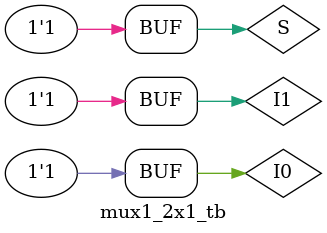
<source format=v>
module MUX32_32x1(Y, I0, I1, I2, I3, I4, I5, I6, I7,
                     I8, I9, I10, I11, I12, I13, I14, I15,
                     I16, I17, I18, I19, I20, I21, I22, I23,
                     I24, I25, I26, I27, I28, I29, I30, I31, S);
// output list
output [31:0] Y;
//input list
input [31:0] I0, I1, I2, I3, I4, I5, I6, I7;
input [31:0] I8, I9, I10, I11, I12, I13, I14, I15;
input [31:0] I16, I17, I18, I19, I20, I21, I22, I23;
input [31:0] I24, I25, I26, I27, I28, I29, I30, I31;
input [4:0] S;

wire [31:0] b0_15,b16_31;

MUX32_16x1 b0_15mux(.Y(b0_15), .I0(I0), .I1(I1), .I2(I2), .I3(I3), .I4(I4), .I5(I5), .I6(I6), .I7(I7),
                     .I8(I8), .I9(I9), .I10(I10), .I11(I11), .I12(I12), .I13(I13), .I14(I14), .I15(I15), .S(S[3:0]));
MUX32_16x1 b16_31mux(.Y(b16_31), .I0(I16), .I1(I17), .I2(I18), .I3(I19), .I4(I20), .I5(I21), .I6(I22), .I7(I23),
                     .I8(I24), .I9(I25), .I10(I26), .I11(I27), .I12(I28), .I13(I29), .I14(I30), .I15(I31), .S(S[3:0]));
MUX32_2x1 finalmux(.Y(Y),.I0(b0_15), .I1(b16_31), .S(S[4]));
endmodule

// 32-bit 16x1 mux
module MUX32_16x1(Y, I0, I1, I2, I3, I4, I5, I6, I7,
                     I8, I9, I10, I11, I12, I13, I14, I15, S);
// output list
output [31:0] Y;
//input list
input [31:0] I0;
input [31:0] I1;
input [31:0] I2;
input [31:0] I3;
input [31:0] I4;
input [31:0] I5;
input [31:0] I6;
input [31:0] I7;
input [31:0] I8;
input [31:0] I9;
input [31:0] I10;
input [31:0] I11;
input [31:0] I12;
input [31:0] I13;
input [31:0] I14;
input [31:0] I15;
input [3:0] S;
wire [31:0] b0_7,b8_15;

MUX32_8x1 b0_7mux(.Y(b0_7), .I0(I0), .I1(I1), .I2(I2), .I3(I3),.I4(I4), .I5(I5), .I6(I6), .I7(I7), .S(S[2:0]));
MUX32_8x1 b8_15mux(.Y(b8_15), .I0(I8), .I1(I9), .I2(I10), .I3(I11), .I4(I12), .I5(I13), .I6(I14), .I7(I15), .S(S[2:0]));
MUX32_2x1 finalmux(.Y(Y),.I0(b0_7), .I1(b8_15), .S(S[3]));

endmodule

// 32-bit 8x1 mux
module MUX32_8x1(Y, I0, I1, I2, I3, I4, I5, I6, I7, S);
// output list
output [31:0] Y;
//input list
input [31:0] I0;
input [31:0] I1;
input [31:0] I2;
input [31:0] I3;
input [31:0] I4;
input [31:0] I5;
input [31:0] I6;
input [31:0] I7;
input [2:0] S;
wire [31:0] b0_3,b4_7;

MUX32_4x1 b0_3mux(.Y(b0_3), .I0(I0), .I1(I1), .I2(I2), .I3(I3), .S(S[1:0]));
MUX32_4x1 b4_7mux(.Y(b4_7), .I0(I4), .I1(I5), .I2(I6), .I3(I7), .S(S[1:0]));
MUX32_2x1 finalmux(.Y(Y),.I0(b0_3), .I1(b4_7), .S(S[2]));

endmodule

// 32-bit 4x1 mux
module MUX32_4x1(Y, I0, I1, I2, I3, S);
// output list
output [31:0] Y;
//input list
input [31:0] I0;
input [31:0] I1;
input [31:0] I2;
input [31:0] I3;
input [1:0] S;

wire [31:0] b0,b1;

MUX32_2x1 b0mux(.Y(b0),.I0(I0), .I1(I1), .S(S[0]));
MUX32_2x1 b1mux(.Y(b1),.I0(I2), .I1(I3), .S(S[0]));
MUX32_2x1 finalmux(.Y(Y),.I0(b0), .I1(b1), .S(S[1]));

endmodule

// 32-bit mux
module MUX64_2x1(Y, I0, I1, S);
// output list
output [63:0] Y;
//input list
input [63:0] I0;
input [63:0] I1;
input S;

genvar i;
generate
	for(i=0;i<64;i=i+1)
		begin:MUX32_2x1_gen_loop
		MUX1_2x1 mux((Y[i]),(I0[i]),(I1[i]),S);
		end
endgenerate
endmodule

// 32-bit mux
module MUX32_2x1(Y, I0, I1, S);
// output list
output [31:0] Y;
//input list
input [31:0] I0;
input [31:0] I1;
input S;

genvar i;
generate
	for(i=0;i<32;i=i+1)
		begin:MUX32_2x1_gen_loop
		MUX1_2x1 mux((Y[i]),(I0[i]),(I1[i]),S);
		end
endgenerate
endmodule

// 1-bit mux
module MUX1_2x1(Y,I0, I1, S); //swap Snot???
//output list
output Y;
//input list
input I0, I1, S;

wire Snot,I1andS, I0andSnot;
not notS(Snot,S);
and andS(I1andS,I1,S);
and andSnot(I0andSnot,I0,Snot);
or orY(Y,I1andS,I0andSnot); 
endmodule

`include "prj_definition.v"
module mux1_2x1_tb;
wire Y;
reg S,I0,I1;

MUX1_2x1 testmux(.Y(Y),.I0(I0), .I1(I1), .S(S));

initial
begin
#5 
I0=0;
I1=0;
S=0;
#5
S=1;
#5 
I0=0;
I1=1;
S=0;
#5
S=1;
#5 
I0=1;
I1=0;
S=0;
#5
S=1;
#5 
I0=1;
I1=1;
S=0;
#5
S=1;
end
endmodule

</source>
